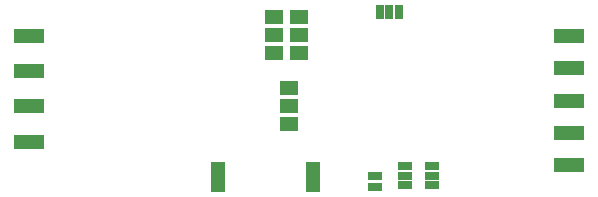
<source format=gbp>
G04 #@! TF.GenerationSoftware,KiCad,Pcbnew,(2018-02-15 revision 29b28de31)-makepkg*
G04 #@! TF.CreationDate,2018-11-16T08:15:48+03:00*
G04 #@! TF.ProjectId,ATM90E26_Featherwing,41544D39304532365F46656174686572,rev?*
G04 #@! TF.SameCoordinates,Original*
G04 #@! TF.FileFunction,Paste,Bot*
G04 #@! TF.FilePolarity,Positive*
%FSLAX46Y46*%
G04 Gerber Fmt 4.6, Leading zero omitted, Abs format (unit mm)*
G04 Created by KiCad (PCBNEW (2018-02-15 revision 29b28de31)-makepkg) date 11/16/18 08:15:48*
%MOMM*%
%LPD*%
G01*
G04 APERTURE LIST*
%ADD10R,2.540000X1.270000*%
%ADD11R,1.270000X2.540000*%
%ADD12R,1.600200X1.168400*%
%ADD13R,0.635000X1.270000*%
%ADD14R,1.270000X0.635000*%
G04 APERTURE END LIST*
D10*
X171712000Y-113500000D03*
X171712000Y-110750000D03*
X171712000Y-119000000D03*
X126000000Y-108000000D03*
X126000000Y-117000000D03*
X126000000Y-114000000D03*
X126000000Y-111000000D03*
D11*
X142000000Y-120000000D03*
D10*
X171712000Y-108000000D03*
D11*
X150000000Y-120000000D03*
D10*
X171712000Y-116250000D03*
D12*
X148000000Y-115524000D03*
X148000000Y-114000000D03*
X148000000Y-112476000D03*
X148852000Y-109449000D03*
X148852000Y-107925000D03*
X148852000Y-106401000D03*
X146693000Y-109449000D03*
X146693000Y-107925000D03*
X146693000Y-106401000D03*
D13*
X157284800Y-106000000D03*
X156472000Y-106000000D03*
X155659200Y-106000000D03*
D14*
X160091000Y-120662800D03*
X160091000Y-119850000D03*
X160091000Y-119037200D03*
X157792000Y-119037200D03*
X157792000Y-119850000D03*
X157792000Y-120662800D03*
X155252000Y-120794000D03*
X155252000Y-119894000D03*
M02*

</source>
